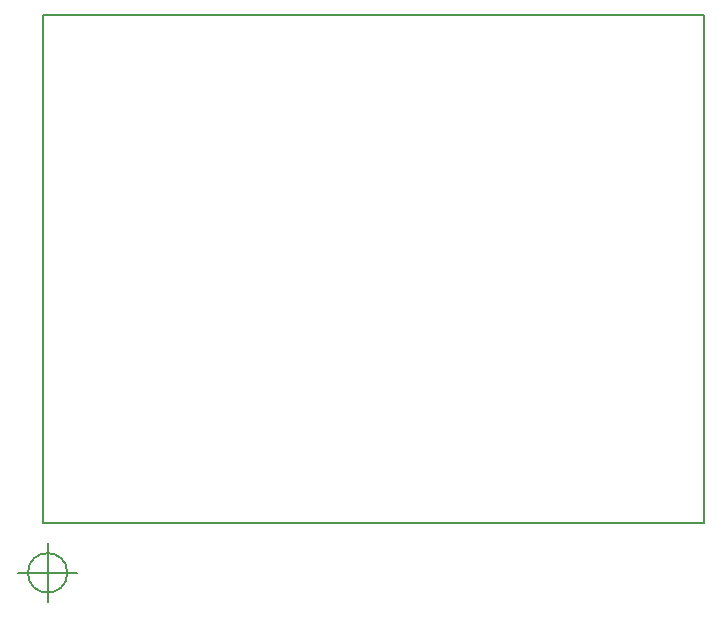
<source format=gbr>
G04 #@! TF.GenerationSoftware,KiCad,Pcbnew,(5.0.0)*
G04 #@! TF.CreationDate,2019-04-09T21:19:40+02:00*
G04 #@! TF.ProjectId,AudioProcessor,417564696F50726F636573736F722E6B,rev?*
G04 #@! TF.SameCoordinates,Original*
G04 #@! TF.FileFunction,Profile,NP*
%FSLAX46Y46*%
G04 Gerber Fmt 4.6, Leading zero omitted, Abs format (unit mm)*
G04 Created by KiCad (PCBNEW (5.0.0)) date 04/09/19 21:19:40*
%MOMM*%
%LPD*%
G01*
G04 APERTURE LIST*
%ADD10C,0.150000*%
G04 APERTURE END LIST*
D10*
X92066666Y-98200000D02*
G75*
G03X92066666Y-98200000I-1666666J0D01*
G01*
X87900000Y-98200000D02*
X92900000Y-98200000D01*
X90400000Y-95700000D02*
X90400000Y-100700000D01*
X90000000Y-51000000D02*
X90000000Y-94000000D01*
X146000000Y-51000000D02*
X90000000Y-51000000D01*
X146000000Y-94000000D02*
X146000000Y-51000000D01*
X90000000Y-94000000D02*
X146000000Y-94000000D01*
M02*

</source>
